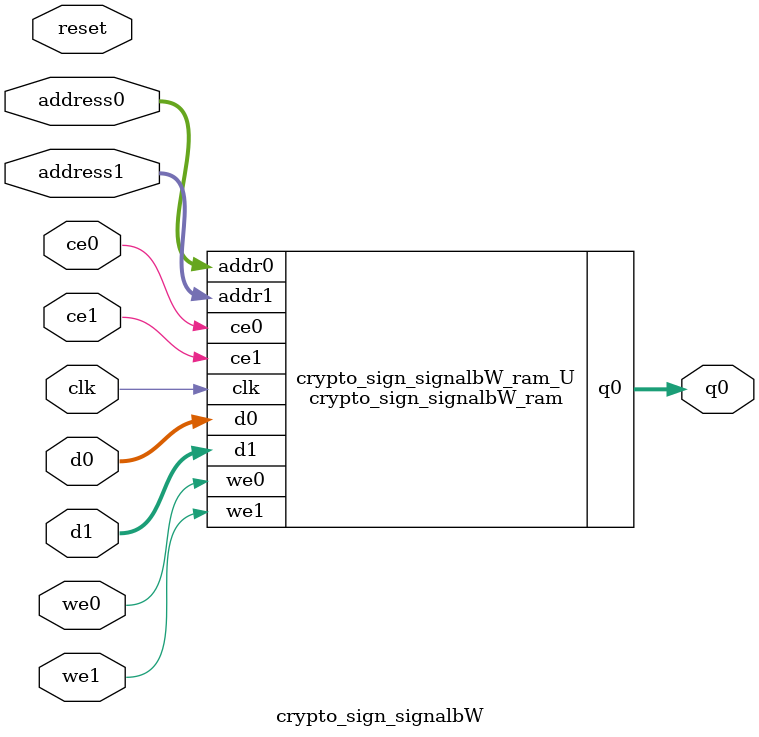
<source format=v>
`timescale 1 ns / 1 ps
module crypto_sign_signalbW_ram (addr0, ce0, d0, we0, q0, addr1, ce1, d1, we1,  clk);

parameter DWIDTH = 8;
parameter AWIDTH = 8;
parameter MEM_SIZE = 208;

input[AWIDTH-1:0] addr0;
input ce0;
input[DWIDTH-1:0] d0;
input we0;
output reg[DWIDTH-1:0] q0;
input[AWIDTH-1:0] addr1;
input ce1;
input[DWIDTH-1:0] d1;
input we1;
input clk;

(* ram_style = "block" *)reg [DWIDTH-1:0] ram[0:MEM_SIZE-1];




always @(posedge clk)  
begin 
    if (ce0) begin
        if (we0) 
            ram[addr0] <= d0; 
        q0 <= ram[addr0];
    end
end


always @(posedge clk)  
begin 
    if (ce1) begin
        if (we1) 
            ram[addr1] <= d1; 
    end
end


endmodule

`timescale 1 ns / 1 ps
module crypto_sign_signalbW(
    reset,
    clk,
    address0,
    ce0,
    we0,
    d0,
    q0,
    address1,
    ce1,
    we1,
    d1);

parameter DataWidth = 32'd8;
parameter AddressRange = 32'd208;
parameter AddressWidth = 32'd8;
input reset;
input clk;
input[AddressWidth - 1:0] address0;
input ce0;
input we0;
input[DataWidth - 1:0] d0;
output[DataWidth - 1:0] q0;
input[AddressWidth - 1:0] address1;
input ce1;
input we1;
input[DataWidth - 1:0] d1;



crypto_sign_signalbW_ram crypto_sign_signalbW_ram_U(
    .clk( clk ),
    .addr0( address0 ),
    .ce0( ce0 ),
    .we0( we0 ),
    .d0( d0 ),
    .q0( q0 ),
    .addr1( address1 ),
    .ce1( ce1 ),
    .we1( we1 ),
    .d1( d1 ));

endmodule


</source>
